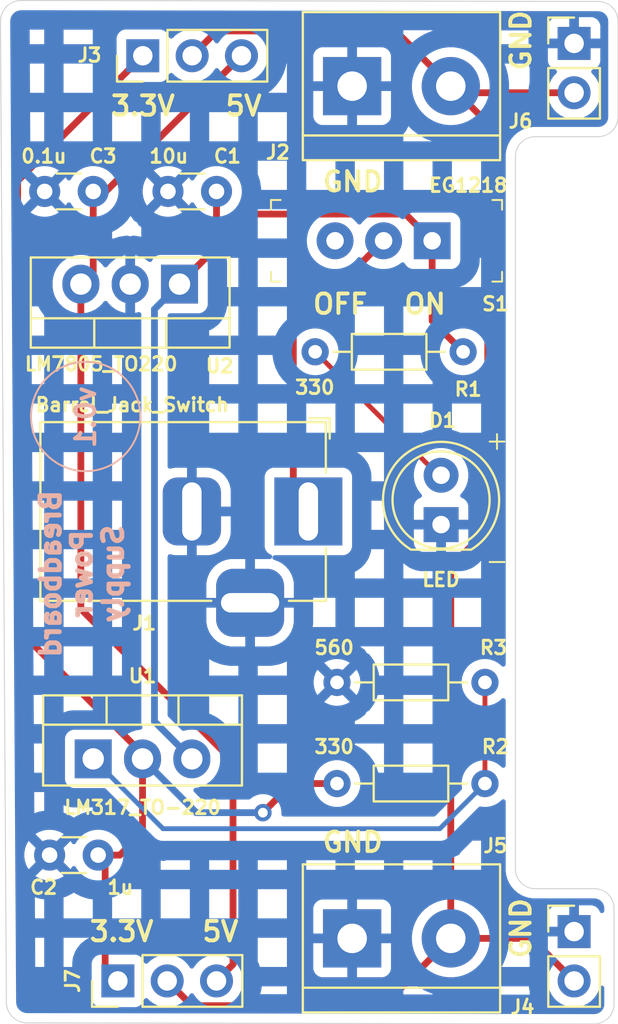
<source format=kicad_pcb>
(kicad_pcb (version 20241229) (generator "pcbnew") (generator_version "9.0")
  (layers (0 "F.Cu" signal) (2 "B.Cu" signal) (13 "F.Paste" user) (15 "B.Paste" user) (5 "F.SilkS" user "F.Silkscreen") (7 "B.SilkS" user "B.Silkscreen") (1 "F.Mask" user) (3 "B.Mask" user) (25 "Edge.Cuts" user))
  (net 0 "")
  (net 1 "/12V")
  (net 2 "GND")
  (net 3 "/3.3V")
  (net 4 "/5V")
  (net 5 "/PWR_input")
  (net 6 "/PWR_output")
  (net 7 "Net-(U1-ADJ)")
  (net 9 "Net-(D1-A)")
  (footprint "Connector_BarrelJack:BarrelJack_Horizontal" (layer "F.Cu") (at 96.17 72.989)
    (property "Reference" "J1" (at -8.45 5.75 0) (layer "F.SilkS") (effects (font (size 0.7 0.7))))
    (property "Value" "Barrel_Jack_Switch" (at -9.07 -5.489 0) (layer "F.SilkS") (effects (font (size 0.7 0.7))))
    (fp_line (start -13.8 -4.6) (end 0.9 -4.6) (stroke (width 0.12)) (layer "F.SilkS"))
    (fp_line (start -13.8 4.6) (end -13.8 -4.6) (stroke (width 0.12)) (layer "F.SilkS"))
    (fp_line (start -5 4.6) (end -13.8 4.6) (stroke (width 0.12)) (layer "F.SilkS"))
    (fp_line (start 0.05 -4.8) (end 1.1 -4.8) (stroke (width 0.12)) (layer "F.SilkS"))
    (fp_line (start 0.9 -4.6) (end 0.9 -2) (stroke (width 0.12)) (layer "F.SilkS"))
    (fp_line (start 0.9 1.9) (end 0.9 4.6) (stroke (width 0.12)) (layer "F.SilkS"))
    (fp_line (start 0.9 4.6) (end -1 4.6) (stroke (width 0.12)) (layer "F.SilkS"))
    (fp_line (start 1.1 -3.75) (end 1.1 -4.8) (stroke (width 0.12)) (layer "F.SilkS"))
    (pad "1" thru_hole rect (at 0 0) (size 3.5 3.5) (drill oval 1 3) (layers "*.Cu" "*.Mask") (net 5 "/PWR_input"))
    (pad "2" thru_hole roundrect (at -6 0) (size 3 3.5) (drill oval 1 3) (layers "*.Cu" "*.Mask") (net 2 "GND"))
    (pad "3" thru_hole roundrect (at -3 4.7) (size 3.5 3.5) (drill oval 3 1) (layers "*.Cu" "*.Mask") (net 2 "GND"))
  )
  (footprint "Connector_PinHeader_2.54mm:PinHeader_1x03_P2.54mm_Vertical" (layer "F.Cu") (at 87.645 49.53 90)
    (property "Reference" "J3" (at 0.03 -2.745 180) (layer "F.SilkS") (effects (font (size 0.7 0.7))))
    (property "Value" "Conn_01x03_Pin" (hide yes))
    (fp_line (start -1.33 -1.33) (end 0 -1.33) (stroke (width 0.12)) (layer "F.SilkS"))
    (fp_line (start -1.33 0) (end -1.33 -1.33) (stroke (width 0.12)) (layer "F.SilkS"))
    (fp_line (start 1.33 1.27) (end 1.33 6.41) (stroke (width 0.12)) (layer "F.SilkS"))
    (fp_line (start -1.33 1.27) (end 1.33 1.27) (stroke (width 0.12)) (layer "F.SilkS"))
    (fp_line (start -1.33 1.27) (end -1.33 6.41) (stroke (width 0.12)) (layer "F.SilkS"))
    (fp_line (start -1.33 6.41) (end 1.33 6.41) (stroke (width 0.12)) (layer "F.SilkS"))
    (pad "1" thru_hole rect (at 0 0 90) (size 1.7 1.7) (drill 1) (layers "*.Cu" "*.Mask") (net 3 "/3.3V"))
    (pad "2" thru_hole oval (at 0 2.54 90) (size 1.7 1.7) (drill 1) (layers "*.Cu" "*.Mask") (net 6 "/PWR_output"))
    (pad "3" thru_hole oval (at 0 5.08 90) (size 1.7 1.7) (drill 1) (layers "*.Cu" "*.Mask") (net 4 "/5V"))
  )
  (footprint "TerminalBlock:TerminalBlock_bornier-2_P5.08mm" (layer "F.Cu") (at 98.425 51.095)
    (property "Reference" "J2" (at -3.825 3.405 0) (layer "F.SilkS") (effects (font (size 0.7 0.7))))
    (property "Value" "Screw_Terminal_01x02" (hide yes))
    (fp_line (start -2.54 -3.81) (end -2.54 3.81) (stroke (width 0.12)) (layer "F.SilkS"))
    (fp_line (start -2.54 3.81) (end 7.62 3.81) (stroke (width 0.12)) (layer "F.SilkS"))
    (fp_line (start 7.62 -3.81) (end -2.54 -3.81) (stroke (width 0.12)) (layer "F.SilkS"))
    (fp_line (start 7.62 2.54) (end -2.54 2.54) (stroke (width 0.12)) (layer "F.SilkS"))
    (fp_line (start 7.62 3.81) (end 7.62 -3.81) (stroke (width 0.12)) (layer "F.SilkS"))
    (pad "1" thru_hole rect (at 0 0) (size 3 3) (drill 1.52) (layers "*.Cu" "*.Mask") (net 2 "GND"))
    (pad "2" thru_hole circle (at 5.08 0) (size 3 3) (drill 1.52) (layers "*.Cu" "*.Mask") (net 6 "/PWR_output"))
  )
  (footprint "Resistor_THT:R_Axial_DIN0204_L3.6mm_D1.6mm_P7.62mm_Horizontal" (layer "F.Cu") (at 96.52 64.77)
    (property "Reference" "R1" (at 7.88 1.93 0) (layer "F.SilkS") (effects (font (size 0.7 0.7))))
    (property "Value" "330" (at -0.02 1.83 0) (layer "F.SilkS") (effects (font (size 0.7 0.7))))
    (fp_line (start 0.94 0) (end 1.89 0) (stroke (width 0.12)) (layer "F.SilkS"))
    (fp_line (start 1.89 -0.92) (end 1.89 0.92) (stroke (width 0.12)) (layer "F.SilkS"))
    (fp_line (start 1.89 0.92) (end 5.73 0.92) (stroke (width 0.12)) (layer "F.SilkS"))
    (fp_line (start 5.73 -0.92) (end 1.89 -0.92) (stroke (width 0.12)) (layer "F.SilkS"))
    (fp_line (start 5.73 0.92) (end 5.73 -0.92) (stroke (width 0.12)) (layer "F.SilkS"))
    (fp_line (start 6.68 0) (end 5.73 0) (stroke (width 0.12)) (layer "F.SilkS"))
    (pad "1" thru_hole circle (at 0 0) (size 1.4 1.4) (drill 0.7) (layers "*.Cu" "*.Mask") (net 9 "Net-(D1-A)"))
    (pad "2" thru_hole oval (at 7.62 0) (size 1.4 1.4) (drill 0.7) (layers "*.Cu" "*.Mask") (net 1 "/12V"))
  )
  (footprint "LED_THT:LED_D5.0mm" (layer "F.Cu") (at 103.005 73.665 90)
    (property "Reference" "D1" (at 5.365 -0.705 180) (layer "F.SilkS") (effects (font (size 0.7 0.7)) (justify left)))
    (property "Value" "LED" (at -2.835 -0.005 180) (layer "F.SilkS") (effects (font (size 0.7 0.7))))
    (fp_line (start -1.29 -1.545) (end -1.29 1.545) (stroke (width 0.12)) (layer "F.SilkS"))
    (fp_arc (start -1.29 -1.54483) (mid 2.071756 -2.880501) (end 4.26 -0.000048) (stroke (width 0.12)) (layer "F.SilkS"))
    (fp_arc (start 4.26 0.000048) (mid 2.071756 2.880501) (end -1.29 1.54483) (stroke (width 0.12)) (layer "F.SilkS"))
    (fp_circle (center 1.27 0) (end 3.77 0) (stroke (width 0.12)) (fill no) (layer "F.SilkS"))
    (pad "1" thru_hole rect (at 0 0 90) (size 1.8 1.8) (drill 0.9) (layers "*.Cu" "*.Mask") (net 2 "GND"))
    (pad "2" thru_hole circle (at 2.54 0 90) (size 1.8 1.8) (drill 0.9) (layers "*.Cu" "*.Mask") (net 9 "Net-(D1-A)"))
  )
  (footprint "Package_TO_SOT_THT:TO-220-3_Vertical" (layer "F.Cu") (at 85.09 85.725)
    (property "Reference" "U1" (at 2.54 -4.27 0) (layer "F.SilkS") (effects (font (size 0.7 0.7))))
    (property "Value" "LM317_TO-220" (at 2.54 2.5 0) (layer "F.SilkS") (effects (font (size 0.7 0.7))))
    (fp_line (start -2.58 -3.27) (end -2.58 1.371) (stroke (width 0.12)) (layer "F.SilkS"))
    (fp_line (start -2.58 -3.27) (end 7.66 -3.27) (stroke (width 0.12)) (layer "F.SilkS"))
    (fp_line (start -2.58 -1.76) (end 7.66 -1.76) (stroke (width 0.12)) (layer "F.SilkS"))
    (fp_line (start -2.58 1.371) (end 7.66 1.371) (stroke (width 0.12)) (layer "F.SilkS"))
    (fp_line (start 0.69 -3.27) (end 0.69 -1.76) (stroke (width 0.12)) (layer "F.SilkS"))
    (fp_line (start 4.391 -3.27) (end 4.391 -1.76) (stroke (width 0.12)) (layer "F.SilkS"))
    (fp_line (start 7.66 -3.27) (end 7.66 1.371) (stroke (width 0.12)) (layer "F.SilkS"))
    (pad "1" thru_hole rect (at 0 0) (size 1.905 2) (drill 1.1) (layers "*.Cu" "*.Mask") (net 7 "Net-(U1-ADJ)"))
    (pad "2" thru_hole oval (at 2.54 0) (size 1.905 2) (drill 1.1) (layers "*.Cu" "*.Mask") (net 3 "/3.3V"))
    (pad "3" thru_hole oval (at 5.08 0) (size 1.905 2) (drill 1.1) (layers "*.Cu" "*.Mask") (net 1 "/12V"))
  )
  (footprint "Capacitor_THT:C_Disc_D3.0mm_W1.6mm_P2.50mm" (layer "F.Cu") (at 91.44 56.515 180)
    (property "Reference" "C1" (at -0.56 1.815 0) (layer "F.SilkS") (effects (font (size 0.7 0.7))))
    (property "Value" "10u" (at 3.54 1.815 0) (layer "F.SilkS") (effects (font (size 0.7 0.7)) (justify left)))
    (fp_line (start 0.621 0.92) (end 1.879 0.92) (stroke (width 0.12)) (layer "F.SilkS"))
    (fp_line (start 0.621 -0.92) (end 1.879 -0.92) (stroke (width 0.12)) (layer "F.SilkS"))
    (pad "1" thru_hole circle (at 0 0 180) (size 1.6 1.6) (drill 0.8) (layers "*.Cu" "*.Mask") (net 1 "/12V"))
    (pad "2" thru_hole circle (at 2.5 0 180) (size 1.6 1.6) (drill 0.8) (layers "*.Cu" "*.Mask") (net 2 "GND"))
  )
  (footprint "Connector_PinHeader_2.54mm:PinHeader_1x03_P2.54mm_Vertical" (layer "F.Cu") (at 86.36 97.155 90)
    (property "Reference" "J7" (at 0 -2.33 90) (layer "F.SilkS") (effects (font (size 0.7 0.7))))
    (property "Value" "Conn_01x03_Pin" (hide yes))
    (fp_line (start -1.33 -1.33) (end 0 -1.33) (stroke (width 0.12)) (layer "F.SilkS"))
    (fp_line (start -1.33 0) (end -1.33 -1.33) (stroke (width 0.12)) (layer "F.SilkS"))
    (fp_line (start 1.33 1.27) (end 1.33 6.41) (stroke (width 0.12)) (layer "F.SilkS"))
    (fp_line (start -1.33 1.27) (end 1.33 1.27) (stroke (width 0.12)) (layer "F.SilkS"))
    (fp_line (start -1.33 1.27) (end -1.33 6.41) (stroke (width 0.12)) (layer "F.SilkS"))
    (fp_line (start -1.33 6.41) (end 1.33 6.41) (stroke (width 0.12)) (layer "F.SilkS"))
    (pad "1" thru_hole rect (at 0 0 90) (size 1.7 1.7) (drill 1) (layers "*.Cu" "*.Mask") (net 3 "/3.3V"))
    (pad "2" thru_hole oval (at 0 2.54 90) (size 1.7 1.7) (drill 1) (layers "*.Cu" "*.Mask") (net 6 "/PWR_output"))
    (pad "3" thru_hole oval (at 0 5.08 90) (size 1.7 1.7) (drill 1) (layers "*.Cu" "*.Mask") (net 4 "/5V"))
  )
  (footprint "Connector_PinHeader_2.54mm:PinHeader_1x02_P2.54mm_Vertical" (layer "F.Cu") (at 109.855 94.615)
    (property "Reference" "J4" (at -2.655 3.885 0) (layer "F.SilkS") (effects (font (size 0.7 0.7))))
    (property "Value" "Conn_01x02_Pin" (hide yes))
    (fp_line (start -1.33 -1.33) (end 0 -1.33) (stroke (width 0.12)) (layer "F.SilkS"))
    (fp_line (start -1.33 0) (end -1.33 -1.33) (stroke (width 0.12)) (layer "F.SilkS"))
    (fp_line (start -1.33 1.27) (end -1.33 3.87) (stroke (width 0.12)) (layer "F.SilkS"))
    (fp_line (start -1.33 1.27) (end 1.33 1.27) (stroke (width 0.12)) (layer "F.SilkS"))
    (fp_line (start -1.33 3.87) (end 1.33 3.87) (stroke (width 0.12)) (layer "F.SilkS"))
    (fp_line (start 1.33 1.27) (end 1.33 3.87) (stroke (width 0.12)) (layer "F.SilkS"))
    (pad "1" thru_hole rect (at 0 0) (size 1.7 1.7) (drill 1) (layers "*.Cu" "*.Mask") (net 2 "GND"))
    (pad "2" thru_hole oval (at 0 2.54) (size 1.7 1.7) (drill 1) (layers "*.Cu" "*.Mask") (net 6 "/PWR_output"))
  )
  (footprint "Capacitor_THT:C_Disc_D3.0mm_W1.6mm_P2.50mm" (layer "F.Cu") (at 85.09 56.515 180)
    (property "Reference" "C3" (at -0.51 1.815 0) (layer "F.SilkS") (effects (font (size 0.7 0.7))))
    (property "Value" "0.1u" (at 3.79 1.815 0) (layer "F.SilkS") (effects (font (size 0.7 0.7)) (justify left)))
    (fp_line (start 0.621 0.92) (end 1.879 0.92) (stroke (width 0.12)) (layer "F.SilkS"))
    (fp_line (start 0.621 -0.92) (end 1.879 -0.92) (stroke (width 0.12)) (layer "F.SilkS"))
    (pad "1" thru_hole circle (at 0 0 180) (size 1.6 1.6) (drill 0.8) (layers "*.Cu" "*.Mask") (net 4 "/5V"))
    (pad "2" thru_hole circle (at 2.5 0 180) (size 1.6 1.6) (drill 0.8) (layers "*.Cu" "*.Mask") (net 2 "GND"))
  )
  (footprint "Capacitor_THT:C_Disc_D3.0mm_W1.6mm_P2.50mm" (layer "F.Cu") (at 85.344 90.678 180)
    (property "Reference" "C2" (at 2.805 -1.66 0) (layer "F.SilkS") (effects (font (size 0.7 0.7))))
    (property "Value" "1u" (at -0.395 -1.66 0) (layer "F.SilkS") (effects (font (size 0.7 0.7)) (justify left)))
    (fp_line (start 0.621 0.92) (end 1.879 0.92) (stroke (width 0.12)) (layer "F.SilkS"))
    (fp_line (start 0.621 -0.92) (end 1.879 -0.92) (stroke (width 0.12)) (layer "F.SilkS"))
    (pad "1" thru_hole circle (at 0 0 180) (size 1.6 1.6) (drill 0.8) (layers "*.Cu" "*.Mask") (net 3 "/3.3V"))
    (pad "2" thru_hole circle (at 2.5 0 180) (size 1.6 1.6) (drill 0.8) (layers "*.Cu" "*.Mask") (net 2 "GND"))
  )
  (footprint "Resistor_THT:R_Axial_DIN0204_L3.6mm_D1.6mm_P7.62mm_Horizontal" (layer "F.Cu") (at 97.645 81.788)
    (property "Reference" "R3" (at 8.055 -1.788 0) (layer "F.SilkS") (effects (font (size 0.7 0.7))))
    (property "Value" "560" (at -1.245 -1.788 0) (layer "F.SilkS") (effects (font (size 0.7 0.7)) (justify left)))
    (fp_line (start 0.94 0) (end 1.89 0) (stroke (width 0.12)) (layer "F.SilkS"))
    (fp_line (start 1.89 -0.92) (end 1.89 0.92) (stroke (width 0.12)) (layer "F.SilkS"))
    (fp_line (start 1.89 0.92) (end 5.73 0.92) (stroke (width 0.12)) (layer "F.SilkS"))
    (fp_line (start 5.73 -0.92) (end 1.89 -0.92) (stroke (width 0.12)) (layer "F.SilkS"))
    (fp_line (start 5.73 0.92) (end 5.73 -0.92) (stroke (width 0.12)) (layer "F.SilkS"))
    (fp_line (start 6.68 0) (end 5.73 0) (stroke (width 0.12)) (layer "F.SilkS"))
    (pad "1" thru_hole circle (at 0 0) (size 1.4 1.4) (drill 0.7) (layers "*.Cu" "*.Mask") (net 2 "GND"))
    (pad "2" thru_hole oval (at 7.62 0) (size 1.4 1.4) (drill 0.7) (layers "*.Cu" "*.Mask") (net 7 "Net-(U1-ADJ)"))
  )
  (footprint "Resistor_THT:R_Axial_DIN0204_L3.6mm_D1.6mm_P7.62mm_Horizontal" (layer "F.Cu") (at 105.265 86.995 180)
    (property "Reference" "R2" (at -0.535 1.895 0) (layer "F.SilkS") (effects (font (size 0.7 0.7))))
    (property "Value" "330" (at 8.865 1.895 0) (layer "F.SilkS") (effects (font (size 0.7 0.7)) (justify left)))
    (fp_line (start 6.68 0) (end 5.73 0) (stroke (width 0.12)) (layer "F.SilkS"))
    (fp_line (start 5.73 0.92) (end 5.73 -0.92) (stroke (width 0.12)) (layer "F.SilkS"))
    (fp_line (start 5.73 -0.92) (end 1.89 -0.92) (stroke (width 0.12)) (layer "F.SilkS"))
    (fp_line (start 1.89 0.92) (end 5.73 0.92) (stroke (width 0.12)) (layer "F.SilkS"))
    (fp_line (start 1.89 -0.92) (end 1.89 0.92) (stroke (width 0.12)) (layer "F.SilkS"))
    (fp_line (start 0.94 0) (end 1.89 0) (stroke (width 0.12)) (layer "F.SilkS"))
    (pad "1" thru_hole circle (at 0 0 180) (size 1.4 1.4) (drill 0.7) (layers "*.Cu" "*.Mask") (net 7 "Net-(U1-ADJ)"))
    (pad "2" thru_hole oval (at 7.62 0 180) (size 1.4 1.4) (drill 0.7) (layers "*.Cu" "*.Mask") (net 3 "/3.3V"))
  )
  (footprint "Connector_PinHeader_2.54mm:PinHeader_1x02_P2.54mm_Vertical" (layer "F.Cu") (at 109.855 48.895)
    (property "Reference" "J6" (at -2.755 4.005 0) (layer "F.SilkS") (effects (font (size 0.7 0.7))))
    (property "Value" "Conn_01x02_Pin" (hide yes))
    (fp_line (start -1.33 -1.33) (end 0 -1.33) (stroke (width 0.12)) (layer "F.SilkS"))
    (fp_line (start -1.33 0) (end -1.33 -1.33) (stroke (width 0.12)) (layer "F.SilkS"))
    (fp_line (start -1.33 1.27) (end -1.33 3.87) (stroke (width 0.12)) (layer "F.SilkS"))
    (fp_line (start -1.33 1.27) (end 1.33 1.27) (stroke (width 0.12)) (layer "F.SilkS"))
    (fp_line (start -1.33 3.87) (end 1.33 3.87) (stroke (width 0.12)) (layer "F.SilkS"))
    (fp_line (start 1.33 1.27) (end 1.33 3.87) (stroke (width 0.12)) (layer "F.SilkS"))
    (pad "1" thru_hole rect (at 0 0) (size 1.7 1.7) (drill 1) (layers "*.Cu" "*.Mask") (net 2 "GND"))
    (pad "2" thru_hole oval (at 0 2.54) (size 1.7 1.7) (drill 1) (layers "*.Cu" "*.Mask") (net 6 "/PWR_output"))
  )
  (footprint "TerminalBlock:TerminalBlock_bornier-2_P5.08mm" (layer "F.Cu") (at 98.425 94.965)
    (property "Reference" "J5" (at 7.375 -4.765 0) (layer "F.SilkS") (effects (font (size 0.7 0.7))))
    (property "Value" "Screw_Terminal_01x02" (hide yes))
    (fp_line (start -2.54 -3.81) (end -2.54 3.81) (stroke (width 0.12)) (layer "F.SilkS"))
    (fp_line (start -2.54 3.81) (end 7.62 3.81) (stroke (width 0.12)) (layer "F.SilkS"))
    (fp_line (start 7.62 -3.81) (end -2.54 -3.81) (stroke (width 0.12)) (layer "F.SilkS"))
    (fp_line (start 7.62 2.54) (end -2.54 2.54) (stroke (width 0.12)) (layer "F.SilkS"))
    (fp_line (start 7.62 3.81) (end 7.62 -3.81) (stroke (width 0.12)) (layer "F.SilkS"))
    (pad "1" thru_hole rect (at 0 0) (size 3 3) (drill 1.52) (layers "*.Cu" "*.Mask") (net 2 "GND"))
    (pad "2" thru_hole circle (at 5.08 0) (size 3 3) (drill 1.52) (layers "*.Cu" "*.Mask") (net 6 "/PWR_output"))
  )
  (footprint "digikey-footprints:Switch_Slide_11.6x4mm_EG1218" (layer "F.Cu") (at 102.545 59.055 180)
    (property "Reference" "S1" (at -3.255 -3.249819 0) (layer "F.SilkS") (effects (font (size 0.7 0.7))))
    (property "Value" "EG1218" (at -1.855 2.855 0) (layer "F.SilkS") (effects (font (size 0.7 0.7))))
    (fp_line (start 8.3 2.1) (end 8.3 1.6) (stroke (width 0.1)) (layer "F.SilkS"))
    (fp_line (start 8.3 2.1) (end 7.8 2.1) (stroke (width 0.1)) (layer "F.SilkS"))
    (fp_line (start 8.3 -2.1) (end 8.3 -1.6) (stroke (width 0.1)) (layer "F.SilkS"))
    (fp_line (start 8.3 -2.1) (end 7.8 -2.1) (stroke (width 0.1)) (layer "F.SilkS"))
    (fp_line (start -3.6 2.1) (end -3.1 2.1) (stroke (width 0.1)) (layer "F.SilkS"))
    (fp_line (start -3.6 2.1) (end -3.6 1.6) (stroke (width 0.1)) (layer "F.SilkS"))
    (fp_line (start -3.6 -2.1) (end -3.1 -2.1) (stroke (width 0.1)) (layer "F.SilkS"))
    (fp_line (start -3.6 -2.1) (end -3.6 -1.6) (stroke (width 0.1)) (layer "F.SilkS"))
    (pad "1" thru_hole rect (at 0 0 180) (size 1.9 1.9) (drill 0.9) (layers "*.Cu" "*.Mask") (net 1 "/12V"))
    (pad "2" thru_hole circle (at 2.5 0 180) (size 1.9 1.9) (drill 0.9) (layers "*.Cu" "*.Mask") (net 5 "/PWR_input"))
    (pad "3" thru_hole circle (at 5 0 180) (size 1.9 1.9) (drill 0.9) (layers "*.Cu" "*.Mask"))
  )
  (footprint "Package_TO_SOT_THT:TO-220-3_Vertical" (layer "F.Cu") (at 89.535 61.285 180)
    (property "Reference" "U2" (at -2.065 -4.215 0) (layer "F.SilkS") (effects (font (size 0.7 0.7))))
    (property "Value" "LM7805_TO220" (at 4.035 -4.115 0) (layer "F.SilkS") (effects (font (size 0.7 0.7))))
    (fp_line (start 7.66 -3.27) (end 7.66 1.371) (stroke (width 0.12)) (layer "F.SilkS"))
    (fp_line (start 4.391 -3.27) (end 4.391 -1.76) (stroke (width 0.12)) (layer "F.SilkS"))
    (fp_line (start 0.69 -3.27) (end 0.69 -1.76) (stroke (width 0.12)) (layer "F.SilkS"))
    (fp_line (start -2.58 1.371) (end 7.66 1.371) (stroke (width 0.12)) (layer "F.SilkS"))
    (fp_line (start -2.58 -1.76) (end 7.66 -1.76) (stroke (width 0.12)) (layer "F.SilkS"))
    (fp_line (start -2.58 -3.27) (end 7.66 -3.27) (stroke (width 0.12)) (layer "F.SilkS"))
    (fp_line (start -2.58 -3.27) (end -2.58 1.371) (stroke (width 0.12)) (layer "F.SilkS"))
    (pad "1" thru_hole rect (at 0 0 180) (size 1.905 2) (drill 1.1) (layers "*.Cu" "*.Mask") (net 1 "/12V"))
    (pad "2" thru_hole oval (at 2.54 0 180) (size 1.905 2) (drill 1.1) (layers "*.Cu" "*.Mask") (net 2 "GND"))
    (pad "3" thru_hole oval (at 5.08 0 180) (size 1.905 2) (drill 1.1) (layers "*.Cu" "*.Mask") (net 4 "/5V"))
  )
  (gr_circle (center 84.7 68.1) (end 85.716 70.724948) (stroke (width 0.1)) (fill no) (layer "B.SilkS"))
  (gr_arc (start 80.3148 47.752) (mid 80.627258 46.997658) (end 81.3816 46.6852) (stroke (width 0.05)) (layer "Edge.Cuts"))
  (gr_line (start 81.6864 99.314) (end 110.8964 99.3648) (stroke (width 0.05)) (layer "Edge.Cuts"))
  (gr_line (start 111.9124 98.3488) (end 111.9124 93.4212) (stroke (width 0.05)) (layer "Edge.Cuts"))
  (gr_arc (start 112.1156 52.6796) (mid 111.81802 53.39802) (end 111.0996 53.6956) (stroke (width 0.05)) (layer "Edge.Cuts"))
  (gr_arc (start 111.0996 46.736) (mid 111.81802 47.03358) (end 112.1156 47.752) (stroke (width 0.05)) (layer "Edge.Cuts"))
  (gr_arc (start 110.8964 92.4052) (mid 111.61482 92.70278) (end 111.9124 93.4212) (stroke (width 0.05)) (layer "Edge.Cuts"))
  (gr_arc (start 107.8484 92.4052) (mid 107.12998 92.10762) (end 106.8324 91.3892) (stroke (width 0.05)) (layer "Edge.Cuts"))
  (gr_line (start 80.3148 47.752) (end 80.6196 98.2472) (stroke (width 0.05)) (layer "Edge.Cuts"))
  (gr_line (start 111.0996 46.736) (end 81.3816 46.6852) (stroke (width 0.05)) (layer "Edge.Cuts"))
  (gr_arc (start 106.8324 54.7116) (mid 107.12998 53.99318) (end 107.8484 53.6956) (stroke (width 0.05)) (layer "Edge.Cuts"))
  (gr_line (start 110.8964 92.4052) (end 107.8484 92.4052) (stroke (width 0.05)) (layer "Edge.Cuts"))
  (gr_line (start 112.1156 52.6796) (end 112.1156 47.752) (stroke (width 0.05)) (layer "Edge.Cuts"))
  (gr_arc (start 81.6864 99.314) (mid 80.932058 99.001542) (end 80.6196 98.2472) (stroke (width 0.05)) (layer "Edge.Cuts"))
  (gr_line (start 107.8484 53.6956) (end 111.0996 53.6956) (stroke (width 0.05)) (layer "Edge.Cuts"))
  (gr_line (start 106.8324 91.3892) (end 106.8324 54.7116) (stroke (width 0.05)) (layer "Edge.Cuts"))
  (gr_arc (start 111.9124 98.3488) (mid 111.61482 99.06722) (end 110.8964 99.3648) (stroke (width 0.05)) (layer "Edge.Cuts"))
  (gr_text "-" (at 105.2 76.1 0) (layer "F.SilkS") (effects (font (size 1 1) (thickness 0.1)) (justify left bottom)))
  (gr_text "GND" (at 96.8 56.6 0) (layer "F.SilkS") (effects (font (size 1 1) (thickness 0.2) (bold yes)) (justify left bottom)))
  (gr_text "5V" (at 90.6 95.2 0) (layer "F.SilkS") (effects (font (size 1 1) (thickness 0.2) (bold yes)) (justify left bottom)))
  (gr_text "OFF" (at 96.3 62.9 0) (layer "F.SilkS") (effects (font (size 1 1) (thickness 0.2) (bold yes)) (justify left bottom)))
  (gr_text "GND" (at 107.7 50.4 90) (layer "F.SilkS") (effects (font (size 1 1) (thickness 0.2) (bold yes)) (justify left bottom)))
  (gr_text "ON" (at 101 62.9 0) (layer "F.SilkS") (effects (font (size 1 1) (thickness 0.2) (bold yes)) (justify left bottom)))
  (gr_text "GND" (at 96.8 90.6 0) (layer "F.SilkS") (effects (font (size 1 1) (thickness 0.2) (bold yes)) (justify left bottom)))
  (gr_text "GND" (at 107.7 96.1 90) (layer "F.SilkS") (effects (font (size 1 1) (thickness 0.2) (bold yes)) (justify left bottom)))
  (gr_text "5V" (at 91.8 52.7 0) (layer "F.SilkS") (effects (font (size 1 1) (thickness 0.2) (bold yes)) (justify left bottom)))
  (gr_text "3.3V" (at 84.8 95.2 0) (layer "F.SilkS") (effects (font (size 1 1) (thickness 0.2) (bold yes)) (justify left bottom)))
  (gr_text "+" (at 105.2 69.9 0) (layer "F.SilkS") (effects (font (size 1 1) (thickness 0.1)) (justify left bottom)))
  (gr_text "3.3V" (at 85.9 52.7 0) (layer "F.SilkS") (effects (font (size 1 1) (thickness 0.2) (bold yes)) (justify left bottom)))
  (gr_text "v0.1" (at 85.2816 66.4264 90) (layer "B.SilkS") (effects (font (size 1 1) (thickness 0.2) (bold yes)) (justify left bottom mirror)))
  (gr_text "Breadboard\nPower\nSupply" (at 86.7 76.2 90) (layer "B.SilkS") (effects (font (size 1 1) (thickness 0.25) (bold yes)) (justify bottom mirror)))
  (segment (start 89.535 61.285) (end 93.141 57.679) (width 0.35) (layer "F.Cu") (net 1))
  (segment (start 102.545 59.055) (end 102.545 63.175) (width 0.35) (layer "F.Cu") (net 1))
  (segment (start 91.44 56.515) (end 91.44 59.38) (width 0.35) (layer "F.Cu") (net 1))
  (segment (start 93.141 57.679) (end 101.169 57.679) (width 0.35) (layer "F.Cu") (net 1))
  (segment (start 91.44 59.38) (end 89.535 61.285) (width 0.35) (layer "F.Cu") (net 1))
  (segment (start 101.169 57.679) (end 102.545 59.055) (width 0.35) (layer "F.Cu") (net 1))
  (segment (start 102.545 63.175) (end 104.14 64.77) (width 0.35) (layer "F.Cu") (net 1))
  (segment (start 88.244 83.799) (end 90.17 85.725) (width 0.35) (layer "B.Cu") (net 1))
  (segment (start 89.535 61.285) (end 88.244 62.576) (width 0.35) (layer "B.Cu") (net 1))
  (segment (start 88.244 62.576) (end 88.244 83.799) (width 0.35) (layer "B.Cu") (net 1))
  (segment (start 85.705 96.5) (end 86.36 97.155) (width 0.35) (layer "F.Cu") (net 3))
  (segment (start 81.198838 55.976162) (end 81.198838 79.029338) (width 0.35) (layer "F.Cu") (net 3))
  (segment (start 95.3262 86.995) (end 93.8276 88.4936) (width 0.35) (layer "F.Cu") (net 3))
  (segment (start 87.63 89.515) (end 87.63 85.725) (width 0.35) (layer "F.Cu") (net 3))
  (segment (start 85.344 90.678) (end 86.467 90.678) (width 0.35) (layer "F.Cu") (net 3))
  (segment (start 87.63 85.4605) (end 87.63 85.725) (width 0.35) (layer "F.Cu") (net 3))
  (segment (start 85.344 90.678) (end 85.705 91.039) (width 0.35) (layer "F.Cu") (net 3))
  (segment (start 86.467 90.678) (end 87.63 89.515) (width 0.35) (layer "F.Cu") (net 3))
  (segment (start 85.705 91.039) (end 85.705 96.5) (width 0.35) (layer "F.Cu") (net 3))
  (segment (start 97.645 86.995) (end 95.3262 86.995) (width 0.35) (layer "F.Cu") (net 3))
  (segment (start 87.645 49.53) (end 81.198838 55.976162) (width 0.35) (layer "F.Cu") (net 3))
  (segment (start 81.198838 79.029338) (end 87.63 85.4605) (width 0.35) (layer "F.Cu") (net 3))
  (via (at 93.8276 88.4936) (size 0.9) (drill 0.5) (layers "F.Cu" "B.Cu") (net 3))
  (segment (start 93.8276 88.4936) (end 90.3986 88.4936) (width 0.35) (layer "B.Cu") (net 3))
  (segment (start 90.3986 88.4936) (end 87.63 85.725) (width 0.35) (layer "B.Cu") (net 3))
  (segment (start 84.455 61.285) (end 84.455 78.013007) (width 0.35) (layer "F.Cu") (net 4))
  (segment (start 84.455 78.013007) (end 92.29 85.848007) (width 0.35) (layer "F.Cu") (net 4))
  (segment (start 92.725 49.53) (end 85.74 56.515) (width 0.35) (layer "F.Cu") (net 4))
  (segment (start 85.09 56.515) (end 85.09 60.65) (width 0.35) (layer "F.Cu") (net 4))
  (segment (start 92.29 96.305) (end 91.44 97.155) (width 0.35) (layer "F.Cu") (net 4))
  (segment (start 85.74 56.515) (end 85.09 56.515) (width 0.35) (layer "F.Cu") (net 4))
  (segment (start 85.09 60.65) (end 84.455 61.285) (width 0.35) (layer "F.Cu") (net 4))
  (segment (start 92.29 85.848007) (end 92.29 96.305) (width 0.35) (layer "F.Cu") (net 4))
  (segment (start 95.394 72.213) (end 96.17 72.989) (width 0.35) (layer "F.Cu") (net 5))
  (segment (start 100.045 59.055) (end 95.394 63.706) (width 0.35) (layer "F.Cu") (net 5))
  (segment (start 95.394 63.706) (end 95.394 72.213) (width 0.35) (layer "F.Cu") (net 5))
  (segment (start 103.505 94.965) (end 107.665 94.965) (width 0.35) (layer "F.Cu") (net 6))
  (segment (start 103.505 51.095) (end 105.41 53) (width 0.35) (layer "F.Cu") (net 6))
  (segment (start 91.461 48.254) (end 100.664 48.254) (width 0.35) (layer "F.Cu") (net 6))
  (segment (start 107.665 94.965) (end 109.855 97.155) (width 0.35) (layer "F.Cu") (net 6))
  (segment (start 88.9 97.155) (end 90.176 98.431) (width 0.35) (layer "F.Cu") (net 6))
  (segment (start 100.039 98.431) (end 103.505 94.965) (width 0.35) (layer "F.Cu") (net 6))
  (segment (start 90.185 49.53) (end 91.461 48.254) (width 0.35) (layer "F.Cu") (net 6))
  (segment (start 90.176 98.431) (end 100.039 98.431) (width 0.35) (layer "F.Cu") (net 6))
  (segment (start 105.41 53) (end 105.41 73.912) (width 0.35) (layer "F.Cu") (net 6))
  (segment (start 103.505 75.817) (end 103.505 94.965) (width 0.35) (layer "F.Cu") (net 6))
  (segment (start 100.664 48.254) (end 103.505 51.095) (width 0.35) (layer "F.Cu") (net 6))
  (segment (start 105.41 73.912) (end 103.505 75.817) (width 0.35) (layer "F.Cu") (net 6))
  (segment (start 103.845 51.435) (end 103.505 51.095) (width 0.35) (layer "F.Cu") (net 6))
  (segment (start 109.855 51.435) (end 103.845 51.435) (width 0.35) (layer "F.Cu") (net 6))
  (segment (start 105.265 81.788) (end 105.265 86.995) (width 0.25) (layer "F.Cu") (net 7))
  (segment (start 88.6846 89.3196) (end 85.09 85.725) (width 0.25) (layer "B.Cu") (net 7))
  (segment (start 105.265 86.995) (end 102.9404 89.3196) (width 0.25) (layer "B.Cu") (net 7))
  (segment (start 102.9404 89.3196) (end 88.6846 89.3196) (width 0.25) (layer "B.Cu") (net 7))
  (segment (start 96.52 64.77) (end 102.875 71.125) (width 0.25) (layer "F.Cu") (net 9))
  (segment (start 102.875 71.125) (end 103.005 71.125) (width 0.25) (layer "F.Cu") (net 9))
  (zone (net 2) (net_name "GND") (layer "B.Cu") (connect_pads (clearance 0.5)) (min_thickness 0.25) (fill yes (mode hatch) (thermal_gap 0.5) (thermal_bridge_width 0.5) (hatch_thickness 1) (hatch_gap 1.5) (hatch_orientation 0) (hatch_border_algorithm hatch_thickness) (hatch_min_hole_area 0.3))
    (polygon (pts (xy 81.2292 46.8376) (xy 80.6196 47.244) (xy 80.4672 47.8536) (xy 80.4672 48.8696) (xy 80.518 61.7728) (xy 80.6196 72.7456) (xy 80.6704 82.1944) (xy 80.7212 91.2876) (xy 80.7212 98.298) (xy 81.1784 98.9584) (xy 81.788 99.2124) (xy 105.0036 99.2124) (xy 111.3028 99.1616) (xy 111.76 98.552) (xy 111.8108 98.3488) (xy 111.8108 93.3196) (xy 111.3536 92.6084) (xy 110.9472 92.5068) (xy 107.5436 92.5068) (xy 106.8324 91.948) (xy 106.68 91.44) (xy 106.7308 89.9668) (xy 106.7308 54.7116) (xy 106.8832 54.0512) (xy 107.2388 53.7972) (xy 107.8992 53.5432) (xy 111.506 53.5432) (xy 111.8616 53.1368) (xy 112.014 52.4256) (xy 112.014 48.9204) (xy 111.9632 47.4472) (xy 111.4552 46.9392) (xy 111.2012 46.8376)))
  )
)
</source>
